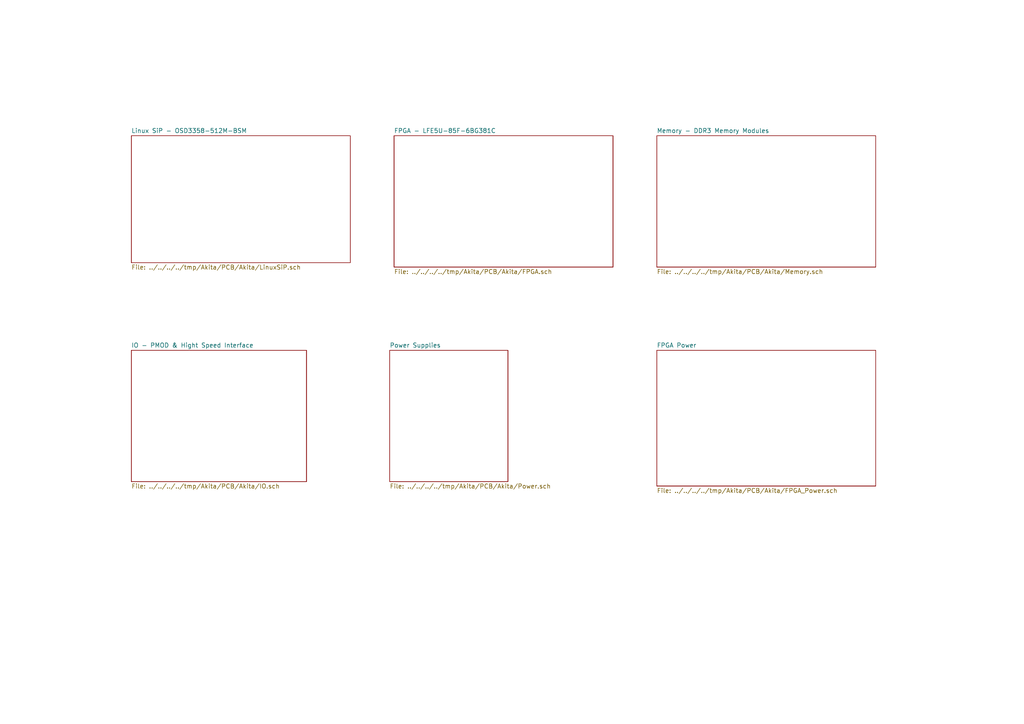
<source format=kicad_sch>
(kicad_sch (version 20230121) (generator eeschema)
  (paper "A4")
  (lib_symbols)
  (sheet (at 113.03 101.6) (size 34.29 38.1)
    (property "Sheetname" "Power Supplies " (at 113.03 100.8884 0) (effects (justify left bottom)))
    (property "Sheetfile" "../../../../tmp/Akita/PCB/Akita/Power.sch" (at 113.03 140.2846 0) (effects (justify left top)))
  )
  (sheet (at 114.3 39.37) (size 63.5 38.1)
    (property "Sheetname" "FPGA - LFE5U-85F-6BG381C" (at 114.3 38.6584 0) (effects (justify left bottom)))
    (property "Sheetfile" "../../../../tmp/Akita/PCB/Akita/FPGA.sch" (at 114.3 78.0546 0) (effects (justify left top)))
  )
  (sheet (at 38.1 39.37) (size 63.5 36.83)
    (property "Sheetname" "Linux SiP - OSD3358-512M-BSM" (at 38.1 38.6584 0) (effects (justify left bottom)))
    (property "Sheetfile" "../../../../tmp/Akita/PCB/Akita/LinuxSiP.sch" (at 38.1 76.7846 0) (effects (justify left top)))
  )
  (sheet (at 190.5 39.37) (size 63.5 38.1)
    (property "Sheetname" "Memory - DDR3 Memory Modules " (at 190.5 38.6584 0) (effects (justify left bottom)))
    (property "Sheetfile" "../../../../tmp/Akita/PCB/Akita/Memory.sch" (at 190.5 78.0546 0) (effects (justify left top)))
  )
  (sheet (at 38.1 101.6) (size 50.8 38.1)
    (property "Sheetname" "IO - PMOD & Hight Speed Interface" (at 38.1 100.8884 0) (effects (justify left bottom)))
    (property "Sheetfile" "../../../../tmp/Akita/PCB/Akita/IO.sch" (at 38.1 140.2846 0) (effects (justify left top)))
  )
  (sheet (at 190.5 101.6) (size 63.5 39.37)
    (property "Sheetname" "FPGA Power" (at 190.5 100.8884 0) (effects (justify left bottom)))
    (property "Sheetfile" "../../../../tmp/Akita/PCB/Akita/FPGA_Power.sch" (at 190.5 141.5546 0) (effects (justify left top)))
  )
)
</source>
